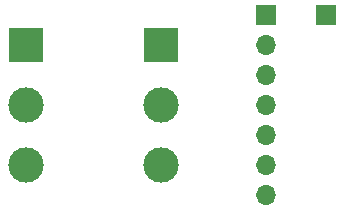
<source format=gbr>
%TF.GenerationSoftware,KiCad,Pcbnew,(5.1.6)-1*%
%TF.CreationDate,2020-08-25T13:52:19-04:00*%
%TF.ProjectId,PayloadPowerBoard,5061796c-6f61-4645-906f-776572426f61,rev?*%
%TF.SameCoordinates,Original*%
%TF.FileFunction,Copper,L2,Bot*%
%TF.FilePolarity,Positive*%
%FSLAX46Y46*%
G04 Gerber Fmt 4.6, Leading zero omitted, Abs format (unit mm)*
G04 Created by KiCad (PCBNEW (5.1.6)-1) date 2020-08-25 13:52:19*
%MOMM*%
%LPD*%
G01*
G04 APERTURE LIST*
%TA.AperFunction,ComponentPad*%
%ADD10O,1.700000X1.700000*%
%TD*%
%TA.AperFunction,ComponentPad*%
%ADD11R,1.700000X1.700000*%
%TD*%
%TA.AperFunction,ComponentPad*%
%ADD12C,3.000000*%
%TD*%
%TA.AperFunction,ComponentPad*%
%ADD13R,3.000000X3.000000*%
%TD*%
G04 APERTURE END LIST*
D10*
%TO.P,Sensor,7*%
%TO.N,N/C*%
X78740000Y-96520000D03*
%TO.P,Sensor,6*%
X78740000Y-93980000D03*
%TO.P,Sensor,5*%
X78740000Y-91440000D03*
%TO.P,Sensor,4*%
X78740000Y-88900000D03*
%TO.P,Sensor,3*%
X78740000Y-86360000D03*
%TO.P,Sensor,2*%
X78740000Y-83820000D03*
D11*
%TO.P,Sensor,1*%
X78740000Y-81280000D03*
%TD*%
%TO.P,3.3V,1*%
%TO.N,N/C*%
X83820000Y-81280000D03*
%TD*%
D12*
%TO.P,STM32,3*%
%TO.N,N/C*%
X58420000Y-93980000D03*
%TO.P,STM32,2*%
X58420000Y-88900000D03*
D13*
%TO.P,STM32,1*%
X58420000Y-83820000D03*
%TD*%
D12*
%TO.P,Pi,3*%
%TO.N,N/C*%
X69850000Y-93980000D03*
%TO.P,Pi,2*%
X69850000Y-88900000D03*
D13*
%TO.P,Pi,1*%
X69850000Y-83820000D03*
%TD*%
M02*

</source>
